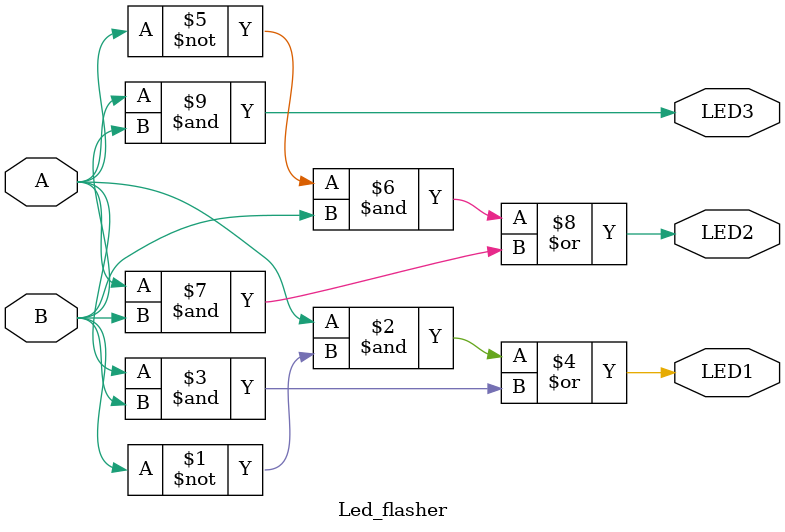
<source format=v>
`timescale 1ns / 1ps


module Led_flasher(
    input A,
    input B,
    output LED1,
    output LED2,
    output LED3
    );
   
   assign LED1 = (A & ~B) | (A & B);
   assign LED2 = (~A & B) | (A & B);
   assign LED3 = (A & B); 
    
    
endmodule

</source>
